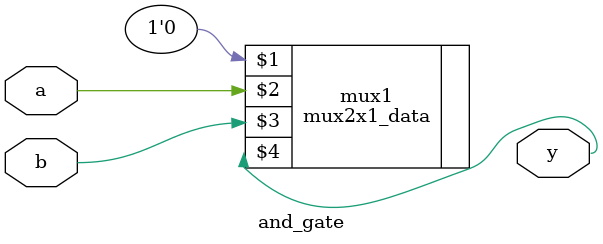
<source format=v>
module and_gate(a,b,y);

input a,b;
output y;

mux2x1_data mux1(1'b0,a,b,y);

endmodule


</source>
